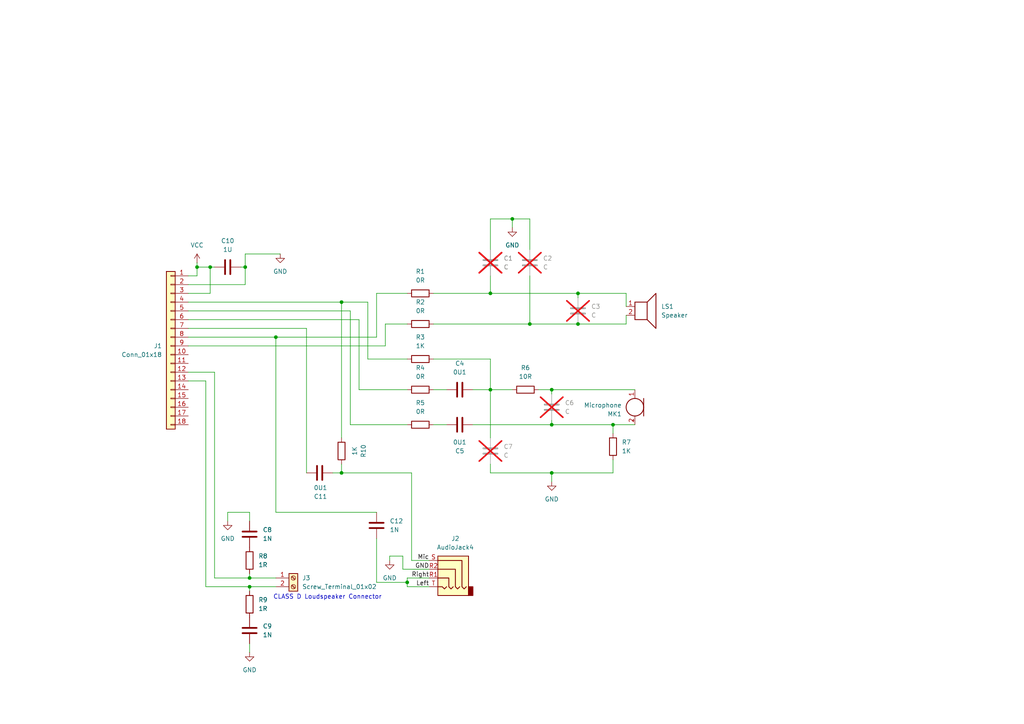
<source format=kicad_sch>
(kicad_sch (version 20250114) (generator "eeschema") (generator_version "9.0")
  (paper "A4")
  (title_block (title "SC14CVMDECT Devboard Audio Header") (rev "Rev0.1"))
  (lib_symbols
    (symbol "Connector:Screw_Terminal_01x02" (pin_names (offset 1.016) (hide yes))
      (property "Reference" "J" (at 0 2.54 0))
      (property "Value" "Screw_Terminal_01x02" (at 0 -5.08 0))
      (symbol "Screw_Terminal_01x02_1_1"
        (rectangle (start -1.27 1.27) (end 1.27 -3.81) (stroke (width 0.254)) (fill (type background)))
        (polyline (pts (xy -0.5334 0.3302) (xy 0.3302 -0.508)) (stroke (width 0.1524)))
        (polyline (pts (xy -0.5334 -2.2098) (xy 0.3302 -3.048)) (stroke (width 0.1524)))
        (polyline (pts (xy -0.3556 0.508) (xy 0.508 -0.3302)) (stroke (width 0.1524)))
        (polyline (pts (xy -0.3556 -2.032) (xy 0.508 -2.8702)) (stroke (width 0.1524)))
        (circle (center 0 0) (radius 0.635) (stroke (width 0.1524)))
        (circle (center 0 -2.54) (radius 0.635) (stroke (width 0.1524)))
        (pin passive line (at -5.08 0 0) (length 3.81) (name "Pin_1") (number "1"))
        (pin passive line (at -5.08 -2.54 0) (length 3.81) (name "Pin_2") (number "2"))
      )
    )
    (symbol "Connector_Audio:AudioJack4"
      (property "Reference" "J" (at 0 8.89 0))
      (property "Value" "AudioJack4" (at 0 6.35 0))
      (symbol "AudioJack4_0_1"
        (rectangle (start -6.35 -5.08) (end -7.62 -7.62) (stroke (width 0.254)) (fill (type outline)))
        (polyline (pts (xy -5.715 -5.08) (xy -5.08 -5.715) (xy -4.445 -5.08) (xy -4.445 2.54) (xy 2.54 2.54)) (stroke (width 0.254)))
        (polyline (pts (xy -1.905 -5.08) (xy -1.27 -5.715) (xy -0.635 -5.08) (xy -0.635 -2.54) (xy 2.54 -2.54)) (stroke (width 0.254)))
        (polyline (pts (xy 0 -5.08) (xy 0.635 -5.715) (xy 1.27 -5.08) (xy 2.54 -5.08)) (stroke (width 0.254)))
        (rectangle (start 2.54 3.81) (end -6.35 -7.62) (stroke (width 0.254)) (fill (type background)))
        (polyline (pts (xy 2.54 0) (xy -2.54 0) (xy -2.54 -5.08) (xy -3.175 -5.715) (xy -3.81 -5.08)) (stroke (width 0.254)))
      )
      (symbol "AudioJack4_1_1"
        (pin passive line (at 5.08 2.54 180) (length 2.54) (name "~") (number "S"))
        (pin passive line (at 5.08 0 180) (length 2.54) (name "~") (number "R2"))
        (pin passive line (at 5.08 -2.54 180) (length 2.54) (name "~") (number "R1"))
        (pin passive line (at 5.08 -5.08 180) (length 2.54) (name "~") (number "T"))
      )
    )
    (symbol "Connector_Generic:Conn_01x18" (pin_names (offset 1.016) (hide yes))
      (property "Reference" "J" (at 0 22.86 0))
      (property "Value" "Conn_01x18" (at 0 -25.4 0))
      (symbol "Conn_01x18_1_1"
        (rectangle (start -1.27 21.59) (end 1.27 -24.13) (stroke (width 0.254)) (fill (type background)))
        (rectangle (start -1.27 20.447) (end 0 20.193) (stroke (width 0.1524)))
        (rectangle (start -1.27 17.907) (end 0 17.653) (stroke (width 0.1524)))
        (rectangle (start -1.27 15.367) (end 0 15.113) (stroke (width 0.1524)))
        (rectangle (start -1.27 12.827) (end 0 12.573) (stroke (width 0.1524)))
        (rectangle (start -1.27 10.287) (end 0 10.033) (stroke (width 0.1524)))
        (rectangle (start -1.27 7.747) (end 0 7.493) (stroke (width 0.1524)))
        (rectangle (start -1.27 5.207) (end 0 4.953) (stroke (width 0.1524)))
        (rectangle (start -1.27 2.667) (end 0 2.413) (stroke (width 0.1524)))
        (rectangle (start -1.27 0.127) (end 0 -0.127) (stroke (width 0.1524)))
        (rectangle (start -1.27 -2.413) (end 0 -2.667) (stroke (width 0.1524)))
        (rectangle (start -1.27 -4.953) (end 0 -5.207) (stroke (width 0.1524)))
        (rectangle (start -1.27 -7.493) (end 0 -7.747) (stroke (width 0.1524)))
        (rectangle (start -1.27 -10.033) (end 0 -10.287) (stroke (width 0.1524)))
        (rectangle (start -1.27 -12.573) (end 0 -12.827) (stroke (width 0.1524)))
        (rectangle (start -1.27 -15.113) (end 0 -15.367) (stroke (width 0.1524)))
        (rectangle (start -1.27 -17.653) (end 0 -17.907) (stroke (width 0.1524)))
        (rectangle (start -1.27 -20.193) (end 0 -20.447) (stroke (width 0.1524)))
        (rectangle (start -1.27 -22.733) (end 0 -22.987) (stroke (width 0.1524)))
        (pin passive line (at -5.08 20.32 0) (length 3.81) (name "Pin_1") (number "1"))
        (pin passive line (at -5.08 17.78 0) (length 3.81) (name "Pin_2") (number "2"))
        (pin passive line (at -5.08 15.24 0) (length 3.81) (name "Pin_3") (number "3"))
        (pin passive line (at -5.08 12.7 0) (length 3.81) (name "Pin_4") (number "4"))
        (pin passive line (at -5.08 10.16 0) (length 3.81) (name "Pin_5") (number "5"))
        (pin passive line (at -5.08 7.62 0) (length 3.81) (name "Pin_6") (number "6"))
        (pin passive line (at -5.08 5.08 0) (length 3.81) (name "Pin_7") (number "7"))
        (pin passive line (at -5.08 2.54 0) (length 3.81) (name "Pin_8") (number "8"))
        (pin passive line (at -5.08 0 0) (length 3.81) (name "Pin_9") (number "9"))
        (pin passive line (at -5.08 -2.54 0) (length 3.81) (name "Pin_10") (number "10"))
        (pin passive line (at -5.08 -5.08 0) (length 3.81) (name "Pin_11") (number "11"))
        (pin passive line (at -5.08 -7.62 0) (length 3.81) (name "Pin_12") (number "12"))
        (pin passive line (at -5.08 -10.16 0) (length 3.81) (name "Pin_13") (number "13"))
        (pin passive line (at -5.08 -12.7 0) (length 3.81) (name "Pin_14") (number "14"))
        (pin passive line (at -5.08 -15.24 0) (length 3.81) (name "Pin_15") (number "15"))
        (pin passive line (at -5.08 -17.78 0) (length 3.81) (name "Pin_16") (number "16"))
        (pin passive line (at -5.08 -20.32 0) (length 3.81) (name "Pin_17") (number "17"))
        (pin passive line (at -5.08 -22.86 0) (length 3.81) (name "Pin_18") (number "18"))
      )
    )
    (symbol "Device:C" (pin_numbers (hide yes)) (pin_names (offset 0.254))
      (property "Reference" "C" (at 0.635 2.54 0))
      (property "Value" "C" (at 0.635 -2.54 0))
      (symbol "C_0_1"
        (polyline (pts (xy -2.032 0.762) (xy 2.032 0.762)) (stroke (width 0.508)))
        (polyline (pts (xy -2.032 -0.762) (xy 2.032 -0.762)) (stroke (width 0.508)))
      )
      (symbol "C_1_1"
        (pin passive line (at 0 3.81 270) (length 2.794) (name "~") (number "1"))
        (pin passive line (at 0 -3.81 90) (length 2.794) (name "~") (number "2"))
      )
    )
    (symbol "Device:Microphone" (pin_names (offset 0.0254) (hide yes))
      (property "Reference" "MK" (at -3.81 1.27 0))
      (property "Value" "Microphone" (at -3.81 -0.635 0))
      (symbol "Microphone_0_1"
        (polyline (pts (xy -2.54 2.54) (xy -2.54 -2.54)) (stroke (width 0.254)))
        (circle (center 0 0) (radius 2.54) (stroke (width 0.254)))
        (polyline (pts (xy 0.254 3.81) (xy 0.762 3.81)))
        (polyline (pts (xy 0.508 4.064) (xy 0.508 3.556)))
      )
      (symbol "Microphone_1_1"
        (pin passive line (at 0 5.08 270) (length 2.54) (name "+") (number "2"))
        (pin passive line (at 0 -5.08 90) (length 2.54) (name "-") (number "1"))
      )
    )
    (symbol "Device:R" (pin_numbers (hide yes)) (pin_names (offset 0))
      (property "Reference" "R" (at 2.032 0 90))
      (property "Value" "R" (at 0 0 90))
      (symbol "R_0_1"
        (rectangle (start -1.016 -2.54) (end 1.016 2.54) (stroke (width 0.254)))
      )
      (symbol "R_1_1"
        (pin passive line (at 0 3.81 270) (length 1.27) (name "~") (number "1"))
        (pin passive line (at 0 -3.81 90) (length 1.27) (name "~") (number "2"))
      )
    )
    (symbol "Device:Speaker" (pin_names (offset 0) (hide yes))
      (property "Reference" "LS" (at 1.27 5.715 0))
      (property "Value" "Speaker" (at 1.27 3.81 0))
      (symbol "Speaker_0_0"
        (rectangle (start -2.54 1.27) (end 1.016 -3.81) (stroke (width 0.254)))
        (polyline (pts (xy 1.016 1.27) (xy 3.556 3.81) (xy 3.556 -6.35) (xy 1.016 -3.81)) (stroke (width 0.254)))
      )
      (symbol "Speaker_1_1"
        (pin input line (at -5.08 0 0) (length 2.54) (name "1") (number "1"))
        (pin input line (at -5.08 -2.54 0) (length 2.54) (name "2") (number "2"))
      )
    )
    (symbol "power:GND" (power) (pin_numbers (hide yes)) (pin_names (offset 0) (hide yes))
      (property "Value" "GND" (at 0 -3.81 0))
      (symbol "GND_0_1"
        (polyline (pts (xy 0 0) (xy 0 -1.27) (xy 1.27 -1.27) (xy 0 -2.54) (xy -1.27 -1.27) (xy 0 -1.27)))
      )
      (symbol "GND_1_1"
        (pin power_in line (at 0 0 270) (length 0) (name "~") (number "1"))
      )
    )
    (symbol "power:VCC" (power) (pin_numbers (hide yes)) (pin_names (offset 0) (hide yes))
      (property "Value" "VCC" (at 0 3.556 0))
      (symbol "VCC_0_1"
        (polyline (pts (xy -0.762 1.27) (xy 0 2.54)))
        (polyline (pts (xy 0 2.54) (xy 0.762 1.27)))
        (polyline (pts (xy 0 0) (xy 0 2.54)))
      )
      (symbol "VCC_1_1"
        (pin power_in line (at 0 0 90) (length 0) (name "~") (number "1"))
      )
    )
  )
  (text "CLASS D Loudspeaker Connector" (at 94.996 173.228 0) (effects (font (size 1.27 1.27))))
  (junction (at 80.01 97.79))
  (junction (at 177.8 123.19))
  (junction (at 160.02 123.19))
  (junction (at 72.39 167.64))
  (junction (at 142.24 85.09))
  (junction (at 99.06 87.63))
  (junction (at 72.39 170.18))
  (junction (at 153.67 93.98))
  (junction (at 160.02 137.16))
  (junction (at 167.64 85.09))
  (junction (at 148.59 63.5))
  (junction (at 60.96 77.47))
  (junction (at 160.02 113.03))
  (junction (at 57.15 77.47))
  (junction (at 99.06 137.16))
  (junction (at 118.11 168.91))
  (junction (at 71.12 77.47))
  (junction (at 167.64 93.98))
  (junction (at 142.24 113.03))
  (wire (pts (xy 88.9 95.25) (xy 88.9 137.16)))
  (wire (pts (xy 54.61 100.33) (xy 111.76 100.33)))
  (wire (pts (xy 109.22 156.21) (xy 109.22 168.91)))
  (wire (pts (xy 71.12 73.66) (xy 81.28 73.66)))
  (wire (pts (xy 119.38 137.16) (xy 119.38 162.56)))
  (wire (pts (xy 118.11 167.64) (xy 118.11 168.91)))
  (wire (pts (xy 80.01 97.79) (xy 80.01 148.59)))
  (wire (pts (xy 125.73 85.09) (xy 142.24 85.09)))
  (wire (pts (xy 99.06 87.63) (xy 99.06 127)))
  (wire (pts (xy 54.61 90.17) (xy 101.6 90.17)))
  (wire (pts (xy 181.61 91.44) (xy 181.61 93.98)))
  (wire (pts (xy 111.76 100.33) (xy 111.76 93.98)))
  (wire (pts (xy 148.59 63.5) (xy 148.59 66.04)))
  (wire (pts (xy 54.61 80.01) (xy 57.15 80.01)))
  (wire (pts (xy 66.04 151.13) (xy 66.04 148.59)))
  (wire (pts (xy 160.02 121.92) (xy 160.02 123.19)))
  (wire (pts (xy 118.11 170.18) (xy 124.46 170.18)))
  (wire (pts (xy 96.52 137.16) (xy 99.06 137.16)))
  (wire (pts (xy 142.24 137.16) (xy 160.02 137.16)))
  (wire (pts (xy 181.61 88.9) (xy 181.61 85.09)))
  (wire (pts (xy 153.67 63.5) (xy 153.67 72.39)))
  (wire (pts (xy 160.02 137.16) (xy 177.8 137.16)))
  (wire (pts (xy 101.6 90.17) (xy 101.6 123.19)))
  (wire (pts (xy 137.16 113.03) (xy 142.24 113.03)))
  (wire (pts (xy 125.73 104.14) (xy 142.24 104.14)))
  (wire (pts (xy 125.73 123.19) (xy 129.54 123.19)))
  (wire (pts (xy 54.61 85.09) (xy 60.96 85.09)))
  (wire (pts (xy 119.38 162.56) (xy 124.46 162.56)))
  (wire (pts (xy 153.67 80.01) (xy 153.67 93.98)))
  (wire (pts (xy 124.46 167.64) (xy 118.11 167.64)))
  (wire (pts (xy 160.02 123.19) (xy 177.8 123.19)))
  (wire (pts (xy 118.11 168.91) (xy 118.11 170.18)))
  (wire (pts (xy 177.8 123.19) (xy 177.8 125.73)))
  (wire (pts (xy 142.24 134.62) (xy 142.24 137.16)))
  (wire (pts (xy 153.67 93.98) (xy 167.64 93.98)))
  (wire (pts (xy 99.06 137.16) (xy 119.38 137.16)))
  (wire (pts (xy 71.12 73.66) (xy 71.12 77.47)))
  (wire (pts (xy 181.61 85.09) (xy 167.64 85.09)))
  (wire (pts (xy 57.15 80.01) (xy 57.15 77.47)))
  (wire (pts (xy 54.61 92.71) (xy 104.14 92.71)))
  (wire (pts (xy 60.96 85.09) (xy 60.96 77.47)))
  (wire (pts (xy 142.24 104.14) (xy 142.24 113.03)))
  (wire (pts (xy 72.39 148.59) (xy 72.39 151.13)))
  (wire (pts (xy 109.22 97.79) (xy 109.22 85.09)))
  (wire (pts (xy 160.02 137.16) (xy 160.02 139.7)))
  (wire (pts (xy 113.03 161.29) (xy 113.03 162.56)))
  (wire (pts (xy 71.12 77.47) (xy 71.12 82.55)))
  (wire (pts (xy 106.68 104.14) (xy 118.11 104.14)))
  (wire (pts (xy 88.9 95.25) (xy 54.61 95.25)))
  (wire (pts (xy 167.64 93.98) (xy 181.61 93.98)))
  (wire (pts (xy 57.15 77.47) (xy 57.15 76.2)))
  (wire (pts (xy 71.12 82.55) (xy 54.61 82.55)))
  (wire (pts (xy 137.16 123.19) (xy 160.02 123.19)))
  (wire (pts (xy 99.06 134.62) (xy 99.06 137.16)))
  (wire (pts (xy 60.96 77.47) (xy 57.15 77.47)))
  (wire (pts (xy 62.23 167.64) (xy 72.39 167.64)))
  (wire (pts (xy 106.68 87.63) (xy 106.68 104.14)))
  (wire (pts (xy 54.61 107.95) (xy 62.23 107.95)))
  (wire (pts (xy 116.84 161.29) (xy 116.84 165.1)))
  (wire (pts (xy 109.22 85.09) (xy 118.11 85.09)))
  (wire (pts (xy 125.73 113.03) (xy 129.54 113.03)))
  (wire (pts (xy 125.73 93.98) (xy 153.67 93.98)))
  (wire (pts (xy 160.02 113.03) (xy 160.02 114.3)))
  (wire (pts (xy 59.69 170.18) (xy 72.39 170.18)))
  (wire (pts (xy 177.8 123.19) (xy 184.15 123.19)))
  (wire (pts (xy 72.39 166.37) (xy 72.39 167.64)))
  (wire (pts (xy 142.24 72.39) (xy 142.24 63.5)))
  (wire (pts (xy 72.39 186.69) (xy 72.39 189.23)))
  (wire (pts (xy 54.61 87.63) (xy 99.06 87.63)))
  (wire (pts (xy 156.21 113.03) (xy 160.02 113.03)))
  (wire (pts (xy 54.61 97.79) (xy 80.01 97.79)))
  (wire (pts (xy 160.02 113.03) (xy 184.15 113.03)))
  (wire (pts (xy 116.84 165.1) (xy 124.46 165.1)))
  (wire (pts (xy 72.39 167.64) (xy 80.01 167.64)))
  (wire (pts (xy 54.61 110.49) (xy 59.69 110.49)))
  (wire (pts (xy 72.39 170.18) (xy 80.01 170.18)))
  (wire (pts (xy 66.04 148.59) (xy 72.39 148.59)))
  (wire (pts (xy 62.23 107.95) (xy 62.23 167.64)))
  (wire (pts (xy 101.6 123.19) (xy 118.11 123.19)))
  (wire (pts (xy 142.24 113.03) (xy 148.59 113.03)))
  (wire (pts (xy 80.01 148.59) (xy 109.22 148.59)))
  (wire (pts (xy 142.24 113.03) (xy 142.24 127)))
  (wire (pts (xy 177.8 133.35) (xy 177.8 137.16)))
  (wire (pts (xy 142.24 63.5) (xy 148.59 63.5)))
  (wire (pts (xy 60.96 77.47) (xy 62.23 77.47)))
  (wire (pts (xy 69.85 77.47) (xy 71.12 77.47)))
  (wire (pts (xy 111.76 93.98) (xy 118.11 93.98)))
  (wire (pts (xy 142.24 85.09) (xy 167.64 85.09)))
  (wire (pts (xy 142.24 80.01) (xy 142.24 85.09)))
  (wire (pts (xy 59.69 110.49) (xy 59.69 170.18)))
  (wire (pts (xy 72.39 170.18) (xy 72.39 171.45)))
  (wire (pts (xy 113.03 161.29) (xy 116.84 161.29)))
  (wire (pts (xy 109.22 168.91) (xy 118.11 168.91)))
  (wire (pts (xy 148.59 63.5) (xy 153.67 63.5)))
  (wire (pts (xy 99.06 87.63) (xy 106.68 87.63)))
  (wire (pts (xy 80.01 97.79) (xy 109.22 97.79)))
  (wire (pts (xy 167.64 85.09) (xy 167.64 86.36)))
  (wire (pts (xy 104.14 92.71) (xy 104.14 113.03)))
  (wire (pts (xy 104.14 113.03) (xy 118.11 113.03)))
  (label "Left" (at 124.46 170.18 180))
  (label "GND" (at 124.46 165.1 180))
  (label "Mic" (at 124.46 162.56 180))
  (label "Right" (at 124.46 167.64 180))
  (symbol (lib_id "Device:C") (at 66.04 77.47 90) (unit 1)
    (property "Reference" "C10" (at 66.04 69.85 90))
    (property "Value" "1U" (at 66.04 72.39 90))
    (property "Footprint" "Capacitor_SMD:C_0603_1608Metric" (effects (hide yes)))
    (property "Description" "Unpolarized capacitor" (effects (hide yes)))
  )
  (symbol (lib_id "Device:C") (at 133.35 113.03 90) (unit 1)
    (property "Reference" "C4" (at 133.35 105.41 90))
    (property "Value" "0U1" (at 133.35 107.95 90))
    (property "Footprint" "Capacitor_SMD:C_0603_1608Metric" (effects (hide yes)))
    (property "Description" "Unpolarized capacitor" (effects (hide yes)))
  )
  (symbol (lib_id "Device:R") (at 99.06 130.81 0) (unit 1)
    (property "Reference" "R10" (at 105.41 130.81 90))
    (property "Value" "1K" (at 102.87 130.81 90))
    (property "Footprint" "Resistor_SMD:R_0603_1608Metric" (effects (hide yes)))
    (property "Description" "Resistor" (effects (hide yes)))
  )
  (symbol (lib_id "Device:C") (at 167.64 90.17 0) (unit 1) (dnp yes)
    (property "Reference" "C3" (at 171.45 88.8999 0) (effects (justify left)))
    (property "Value" "C" (at 171.45 91.4399 0) (effects (justify left)))
    (property "Footprint" "Capacitor_SMD:C_0603_1608Metric" (effects (hide yes)))
    (property "Description" "Unpolarized capacitor" (effects (hide yes)))
  )
  (symbol (lib_id "Connector_Audio:AudioJack4") (at 129.54 165.1 0) (mirror y) (unit 1)
    (property "Reference" "J2" (at 132.08 156.21 0))
    (property "Value" "AudioJack4" (at 132.08 158.75 0))
    (property "Footprint" "custom_footprints:Jack_3.5mm_CUI_SJ-4351X-SMT_Horizontal" (effects (hide yes)))
    (property "Description" "Audio Jack, 4 Poles (TRRS)" (effects (hide yes)))
  )
  (symbol (lib_id "Device:Speaker") (at 186.69 88.9 0) (unit 1)
    (property "Reference" "LS1" (at 191.77 88.8999 0) (effects (justify left)))
    (property "Value" "Speaker" (at 191.77 91.4399 0) (effects (justify left)))
    (property "Footprint" "custom_footprints:Speaker_CUI_CMR-15062S-67" (effects (hide yes)))
    (property "Description" "Speaker" (effects (hide yes)))
  )
  (symbol (lib_id "Device:C") (at 153.67 76.2 0) (unit 1) (dnp yes)
    (property "Reference" "C2" (at 157.48 74.9299 0) (effects (justify left)))
    (property "Value" "C" (at 157.48 77.4699 0) (effects (justify left)))
    (property "Footprint" "Capacitor_SMD:C_0603_1608Metric" (effects (hide yes)))
    (property "Description" "Unpolarized capacitor" (effects (hide yes)))
  )
  (symbol (lib_id "power:GND") (at 72.39 189.23 0) (unit 1)
    (property "Reference" "#PWR05" (effects (hide yes)))
    (property "Value" "GND" (at 72.39 194.31 0))
    (property "Description" "Power symbol creates a global label with name \"GND\" , ground" (effects (hide yes)))
  )
  (symbol (lib_id "Device:Microphone") (at 184.15 118.11 180) (unit 1)
    (property "Reference" "MK1" (at 180.34 120.0786 0) (effects (justify left)))
    (property "Value" "Microphone" (at 180.34 117.5386 0) (effects (justify left)))
    (property "Footprint" "Sensor_Audio:CUI_CMC-4013-SMT" (effects (hide yes)))
    (property "Description" "Microphone" (effects (hide yes)))
  )
  (symbol (lib_id "Device:C") (at 160.02 118.11 0) (unit 1) (dnp yes)
    (property "Reference" "C6" (at 163.83 116.8399 0) (effects (justify left)))
    (property "Value" "C" (at 163.83 119.3799 0) (effects (justify left)))
    (property "Footprint" "Capacitor_SMD:C_0603_1608Metric" (effects (hide yes)))
    (property "Description" "Unpolarized capacitor" (effects (hide yes)))
  )
  (symbol (lib_id "Device:R") (at 152.4 113.03 90) (unit 1)
    (property "Reference" "R6" (at 152.4 106.68 90))
    (property "Value" "10R" (at 152.4 109.22 90))
    (property "Footprint" "Resistor_SMD:R_0603_1608Metric" (effects (hide yes)))
    (property "Description" "Resistor" (effects (hide yes)))
  )
  (symbol (lib_id "Device:R") (at 121.92 104.14 90) (unit 1)
    (property "Reference" "R3" (at 121.92 97.79 90))
    (property "Value" "1K" (at 121.92 100.33 90))
    (property "Footprint" "Resistor_SMD:R_0603_1608Metric" (effects (hide yes)))
    (property "Description" "Resistor" (effects (hide yes)))
  )
  (symbol (lib_id "Device:C") (at 72.39 182.88 180) (unit 1)
    (property "Reference" "C9" (at 76.2 181.6099 0) (effects (justify right)))
    (property "Value" "1N" (at 76.2 184.1499 0) (effects (justify right)))
    (property "Footprint" "Capacitor_SMD:C_0603_1608Metric" (effects (hide yes)))
    (property "Description" "Unpolarized capacitor" (effects (hide yes)))
  )
  (symbol (lib_id "Device:R") (at 121.92 93.98 90) (unit 1)
    (property "Reference" "R2" (at 121.92 87.63 90))
    (property "Value" "0R" (at 121.92 90.17 90))
    (property "Footprint" "Resistor_SMD:R_0603_1608Metric" (effects (hide yes)))
    (property "Description" "Resistor" (effects (hide yes)))
  )
  (symbol (lib_id "Device:C") (at 142.24 130.81 0) (unit 1) (dnp yes)
    (property "Reference" "C7" (at 146.05 129.5399 0) (effects (justify left)))
    (property "Value" "C" (at 146.05 132.0799 0) (effects (justify left)))
    (property "Footprint" "Capacitor_SMD:C_0603_1608Metric" (effects (hide yes)))
    (property "Description" "Unpolarized capacitor" (effects (hide yes)))
  )
  (symbol (lib_id "Device:R") (at 121.92 123.19 90) (unit 1)
    (property "Reference" "R5" (at 121.92 116.84 90))
    (property "Value" "0R" (at 121.92 119.38 90))
    (property "Footprint" "Resistor_SMD:R_0603_1608Metric" (effects (hide yes)))
    (property "Description" "Resistor" (effects (hide yes)))
  )
  (symbol (lib_id "power:GND") (at 66.04 151.13 0) (unit 1)
    (property "Reference" "#PWR06" (effects (hide yes)))
    (property "Value" "GND" (at 66.04 156.21 0))
    (property "Description" "Power symbol creates a global label with name \"GND\" , ground" (effects (hide yes)))
  )
  (symbol (lib_id "Device:C") (at 92.71 137.16 90) (mirror x) (unit 1)
    (property "Reference" "C11" (at 92.964 144.018 90))
    (property "Value" "0U1" (at 92.964 141.478 90))
    (property "Footprint" "Capacitor_SMD:C_0603_1608Metric" (effects (hide yes)))
    (property "Description" "Unpolarized capacitor" (effects (hide yes)))
  )
  (symbol (lib_id "Connector:Screw_Terminal_01x02") (at 85.09 167.64 0) (unit 1)
    (property "Reference" "J3" (at 87.63 167.6399 0) (effects (justify left)))
    (property "Value" "Screw_Terminal_01x02" (at 87.63 170.1799 0) (effects (justify left)))
    (property "Footprint" "TerminalBlock:TerminalBlock_MaiXu_MX126-5.0-02P_1x02_P5.00mm" (effects (hide yes)))
    (property "Description" "Generic screw terminal, single row, 01x02, script generated (kicad-library-utils/schlib/autogen/connector/)" (effects (hide yes)))
  )
  (symbol (lib_id "Device:R") (at 177.8 129.54 180) (unit 1)
    (property "Reference" "R7" (at 180.34 128.2699 0) (effects (justify right)))
    (property "Value" "1K" (at 180.34 130.8099 0) (effects (justify right)))
    (property "Footprint" "Resistor_SMD:R_0603_1608Metric" (effects (hide yes)))
    (property "Description" "Resistor" (effects (hide yes)))
  )
  (symbol (lib_id "Connector_Generic:Conn_01x18") (at 49.53 100.33 0) (mirror y) (unit 1)
    (property "Reference" "J1" (at 46.99 100.3299 0) (effects (justify left)))
    (property "Value" "Conn_01x18" (at 46.99 102.8699 0) (effects (justify left)))
    (property "Footprint" "Connector_PinSocket_2.54mm:PinSocket_1x18_P2.54mm_Vertical" (effects (hide yes)))
    (property "Description" "Generic connector, single row, 01x18, script generated (kicad-library-utils/schlib/autogen/connector/)" (effects (hide yes)))
  )
  (symbol (lib_id "Device:C") (at 142.24 76.2 0) (unit 1) (dnp yes)
    (property "Reference" "C1" (at 146.05 74.9299 0) (effects (justify left)))
    (property "Value" "C" (at 146.05 77.4699 0) (effects (justify left)))
    (property "Footprint" "Capacitor_SMD:C_0603_1608Metric" (effects (hide yes)))
    (property "Description" "Unpolarized capacitor" (effects (hide yes)))
  )
  (symbol (lib_id "Device:C") (at 72.39 154.94 180) (unit 1)
    (property "Reference" "C8" (at 76.2 153.6699 0) (effects (justify right)))
    (property "Value" "1N" (at 76.2 156.2099 0) (effects (justify right)))
    (property "Footprint" "Capacitor_SMD:C_0603_1608Metric" (effects (hide yes)))
    (property "Description" "Unpolarized capacitor" (effects (hide yes)))
  )
  (symbol (lib_id "Device:C") (at 133.35 123.19 90) (mirror x) (unit 1)
    (property "Reference" "C5" (at 133.35 130.81 90))
    (property "Value" "0U1" (at 133.35 128.27 90))
    (property "Footprint" "Capacitor_SMD:C_0603_1608Metric" (effects (hide yes)))
    (property "Description" "Unpolarized capacitor" (effects (hide yes)))
  )
  (symbol (lib_id "power:GND") (at 148.59 66.04 0) (unit 1)
    (property "Reference" "#PWR03" (effects (hide yes)))
    (property "Value" "GND" (at 148.59 71.12 0))
    (property "Description" "Power symbol creates a global label with name \"GND\" , ground" (effects (hide yes)))
  )
  (symbol (lib_id "power:GND") (at 160.02 139.7 0) (unit 1)
    (property "Reference" "#PWR04" (effects (hide yes)))
    (property "Value" "GND" (at 160.02 144.78 0))
    (property "Description" "Power symbol creates a global label with name \"GND\" , ground" (effects (hide yes)))
  )
  (symbol (lib_id "power:VCC") (at 57.15 76.2 0) (unit 1)
    (property "Reference" "#PWR02" (effects (hide yes)))
    (property "Value" "VCC" (at 57.15 71.12 0))
    (property "Description" "Power symbol creates a global label with name \"VCC\"" (effects (hide yes)))
  )
  (symbol (lib_id "Device:R") (at 121.92 113.03 90) (unit 1)
    (property "Reference" "R4" (at 121.92 106.68 90))
    (property "Value" "0R" (at 121.92 109.22 90))
    (property "Footprint" "Resistor_SMD:R_0603_1608Metric" (effects (hide yes)))
    (property "Description" "Resistor" (effects (hide yes)))
  )
  (symbol (lib_id "Device:R") (at 72.39 175.26 180) (unit 1)
    (property "Reference" "R9" (at 74.93 173.9899 0) (effects (justify right)))
    (property "Value" "1R" (at 74.93 176.5299 0) (effects (justify right)))
    (property "Footprint" "Resistor_SMD:R_0603_1608Metric" (effects (hide yes)))
    (property "Description" "Resistor" (effects (hide yes)))
  )
  (symbol (lib_id "power:GND") (at 81.28 73.66 0) (unit 1)
    (property "Reference" "#PWR01" (effects (hide yes)))
    (property "Value" "GND" (at 81.28 78.74 0))
    (property "Description" "Power symbol creates a global label with name \"GND\" , ground" (effects (hide yes)))
  )
  (symbol (lib_id "Device:C") (at 109.22 152.4 180) (unit 1)
    (property "Reference" "C12" (at 113.03 151.1299 0) (effects (justify right)))
    (property "Value" "1N" (at 113.03 153.6699 0) (effects (justify right)))
    (property "Footprint" "Capacitor_SMD:C_0603_1608Metric" (effects (hide yes)))
    (property "Description" "Unpolarized capacitor" (effects (hide yes)))
  )
  (symbol (lib_id "power:GND") (at 113.03 162.56 0) (unit 1)
    (property "Reference" "#PWR07" (effects (hide yes)))
    (property "Value" "GND" (at 113.03 167.64 0))
    (property "Description" "Power symbol creates a global label with name \"GND\" , ground" (effects (hide yes)))
  )
  (symbol (lib_id "Device:R") (at 72.39 162.56 180) (unit 1)
    (property "Reference" "R8" (at 74.93 161.2899 0) (effects (justify right)))
    (property "Value" "1R" (at 74.93 163.8299 0) (effects (justify right)))
    (property "Footprint" "Resistor_SMD:R_0603_1608Metric" (effects (hide yes)))
    (property "Description" "Resistor" (effects (hide yes)))
  )
  (symbol (lib_id "Device:R") (at 121.92 85.09 90) (unit 1)
    (property "Reference" "R1" (at 121.92 78.74 90))
    (property "Value" "0R" (at 121.92 81.28 90))
    (property "Footprint" "Resistor_SMD:R_0603_1608Metric" (effects (hide yes)))
    (property "Description" "Resistor" (effects (hide yes)))
  )
)
</source>
